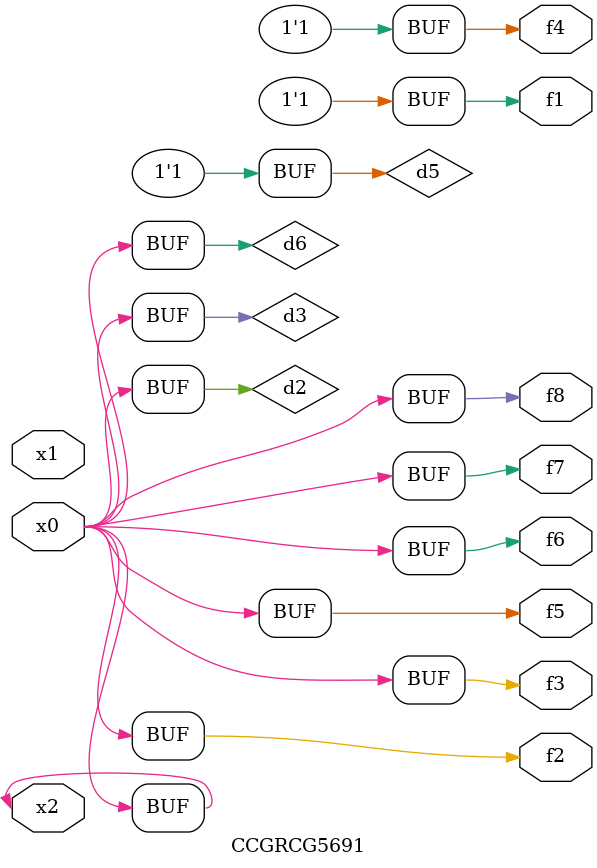
<source format=v>
module CCGRCG5691(
	input x0, x1, x2,
	output f1, f2, f3, f4, f5, f6, f7, f8
);

	wire d1, d2, d3, d4, d5, d6;

	xnor (d1, x2);
	buf (d2, x0, x2);
	and (d3, x0);
	xnor (d4, x1, x2);
	nand (d5, d1, d3);
	buf (d6, d2, d3);
	assign f1 = d5;
	assign f2 = d6;
	assign f3 = d6;
	assign f4 = d5;
	assign f5 = d6;
	assign f6 = d6;
	assign f7 = d6;
	assign f8 = d6;
endmodule

</source>
